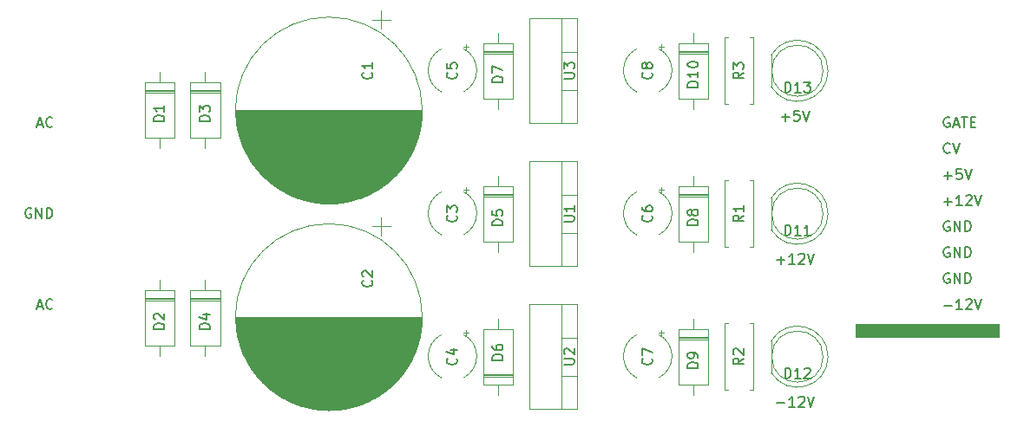
<source format=gbr>
G04 #@! TF.GenerationSoftware,KiCad,Pcbnew,5.1.7-a382d34a8~87~ubuntu16.04.1*
G04 #@! TF.CreationDate,2021-01-02T19:07:06+01:00*
G04 #@! TF.ProjectId,basic-bipolar-input-eurorack-power-supply,62617369-632d-4626-9970-6f6c61722d69,rev?*
G04 #@! TF.SameCoordinates,Original*
G04 #@! TF.FileFunction,Legend,Top*
G04 #@! TF.FilePolarity,Positive*
%FSLAX46Y46*%
G04 Gerber Fmt 4.6, Leading zero omitted, Abs format (unit mm)*
G04 Created by KiCad (PCBNEW 5.1.7-a382d34a8~87~ubuntu16.04.1) date 2021-01-02 19:07:06*
%MOMM*%
%LPD*%
G01*
G04 APERTURE LIST*
%ADD10C,0.100000*%
%ADD11C,0.150000*%
%ADD12C,0.120000*%
G04 APERTURE END LIST*
D10*
G36*
X47795000Y-38456000D02*
G01*
X42715000Y-38456000D01*
X42715000Y-33376000D01*
X47795000Y-33376000D01*
X47795000Y-38456000D01*
G37*
X47795000Y-38456000D02*
X42715000Y-38456000D01*
X42715000Y-33376000D01*
X47795000Y-33376000D01*
X47795000Y-38456000D01*
G36*
X47795000Y-18256000D02*
G01*
X42715000Y-18256000D01*
X42715000Y-13176000D01*
X47795000Y-13176000D01*
X47795000Y-18256000D01*
G37*
X47795000Y-18256000D02*
X42715000Y-18256000D01*
X42715000Y-13176000D01*
X47795000Y-13176000D01*
X47795000Y-18256000D01*
D11*
X17920833Y-30011666D02*
X18397023Y-30011666D01*
X17825595Y-30297380D02*
X18158928Y-29297380D01*
X18492261Y-30297380D01*
X19397023Y-30202142D02*
X19349404Y-30249761D01*
X19206547Y-30297380D01*
X19111309Y-30297380D01*
X18968452Y-30249761D01*
X18873214Y-30154523D01*
X18825595Y-30059285D01*
X18777976Y-29868809D01*
X18777976Y-29725952D01*
X18825595Y-29535476D01*
X18873214Y-29440238D01*
X18968452Y-29345000D01*
X19111309Y-29297380D01*
X19206547Y-29297380D01*
X19349404Y-29345000D01*
X19397023Y-29392619D01*
D10*
G36*
X111760000Y-33020000D02*
G01*
X97790000Y-33020000D01*
X97790000Y-31750000D01*
X111760000Y-31750000D01*
X111760000Y-33020000D01*
G37*
X111760000Y-33020000D02*
X97790000Y-33020000D01*
X97790000Y-31750000D01*
X111760000Y-31750000D01*
X111760000Y-33020000D01*
D11*
X90059095Y-39441428D02*
X90821000Y-39441428D01*
X91821000Y-39822380D02*
X91249571Y-39822380D01*
X91535285Y-39822380D02*
X91535285Y-38822380D01*
X91440047Y-38965238D01*
X91344809Y-39060476D01*
X91249571Y-39108095D01*
X92201952Y-38917619D02*
X92249571Y-38870000D01*
X92344809Y-38822380D01*
X92582904Y-38822380D01*
X92678142Y-38870000D01*
X92725761Y-38917619D01*
X92773380Y-39012857D01*
X92773380Y-39108095D01*
X92725761Y-39250952D01*
X92154333Y-39822380D01*
X92773380Y-39822380D01*
X93059095Y-38822380D02*
X93392428Y-39822380D01*
X93725761Y-38822380D01*
X90059095Y-25471428D02*
X90821000Y-25471428D01*
X90440047Y-25852380D02*
X90440047Y-25090476D01*
X91821000Y-25852380D02*
X91249571Y-25852380D01*
X91535285Y-25852380D02*
X91535285Y-24852380D01*
X91440047Y-24995238D01*
X91344809Y-25090476D01*
X91249571Y-25138095D01*
X92201952Y-24947619D02*
X92249571Y-24900000D01*
X92344809Y-24852380D01*
X92582904Y-24852380D01*
X92678142Y-24900000D01*
X92725761Y-24947619D01*
X92773380Y-25042857D01*
X92773380Y-25138095D01*
X92725761Y-25280952D01*
X92154333Y-25852380D01*
X92773380Y-25852380D01*
X93059095Y-24852380D02*
X93392428Y-25852380D01*
X93725761Y-24852380D01*
X90535285Y-11501428D02*
X91297190Y-11501428D01*
X90916238Y-11882380D02*
X90916238Y-11120476D01*
X92249571Y-10882380D02*
X91773380Y-10882380D01*
X91725761Y-11358571D01*
X91773380Y-11310952D01*
X91868619Y-11263333D01*
X92106714Y-11263333D01*
X92201952Y-11310952D01*
X92249571Y-11358571D01*
X92297190Y-11453809D01*
X92297190Y-11691904D01*
X92249571Y-11787142D01*
X92201952Y-11834761D01*
X92106714Y-11882380D01*
X91868619Y-11882380D01*
X91773380Y-11834761D01*
X91725761Y-11787142D01*
X92582904Y-10882380D02*
X92916238Y-11882380D01*
X93249571Y-10882380D01*
X17920833Y-12231666D02*
X18397023Y-12231666D01*
X17825595Y-12517380D02*
X18158928Y-11517380D01*
X18492261Y-12517380D01*
X19397023Y-12422142D02*
X19349404Y-12469761D01*
X19206547Y-12517380D01*
X19111309Y-12517380D01*
X18968452Y-12469761D01*
X18873214Y-12374523D01*
X18825595Y-12279285D01*
X18777976Y-12088809D01*
X18777976Y-11945952D01*
X18825595Y-11755476D01*
X18873214Y-11660238D01*
X18968452Y-11565000D01*
X19111309Y-11517380D01*
X19206547Y-11517380D01*
X19349404Y-11565000D01*
X19397023Y-11612619D01*
X17301785Y-20455000D02*
X17206547Y-20407380D01*
X17063690Y-20407380D01*
X16920833Y-20455000D01*
X16825595Y-20550238D01*
X16777976Y-20645476D01*
X16730357Y-20835952D01*
X16730357Y-20978809D01*
X16777976Y-21169285D01*
X16825595Y-21264523D01*
X16920833Y-21359761D01*
X17063690Y-21407380D01*
X17158928Y-21407380D01*
X17301785Y-21359761D01*
X17349404Y-21312142D01*
X17349404Y-20978809D01*
X17158928Y-20978809D01*
X17777976Y-21407380D02*
X17777976Y-20407380D01*
X18349404Y-21407380D01*
X18349404Y-20407380D01*
X18825595Y-21407380D02*
X18825595Y-20407380D01*
X19063690Y-20407380D01*
X19206547Y-20455000D01*
X19301785Y-20550238D01*
X19349404Y-20645476D01*
X19397023Y-20835952D01*
X19397023Y-20978809D01*
X19349404Y-21169285D01*
X19301785Y-21264523D01*
X19206547Y-21359761D01*
X19063690Y-21407380D01*
X18825595Y-21407380D01*
X106380595Y-19756428D02*
X107142500Y-19756428D01*
X106761547Y-20137380D02*
X106761547Y-19375476D01*
X108142500Y-20137380D02*
X107571071Y-20137380D01*
X107856785Y-20137380D02*
X107856785Y-19137380D01*
X107761547Y-19280238D01*
X107666309Y-19375476D01*
X107571071Y-19423095D01*
X108523452Y-19232619D02*
X108571071Y-19185000D01*
X108666309Y-19137380D01*
X108904404Y-19137380D01*
X108999642Y-19185000D01*
X109047261Y-19232619D01*
X109094880Y-19327857D01*
X109094880Y-19423095D01*
X109047261Y-19565952D01*
X108475833Y-20137380D01*
X109094880Y-20137380D01*
X109380595Y-19137380D02*
X109713928Y-20137380D01*
X110047261Y-19137380D01*
X106904404Y-24265000D02*
X106809166Y-24217380D01*
X106666309Y-24217380D01*
X106523452Y-24265000D01*
X106428214Y-24360238D01*
X106380595Y-24455476D01*
X106332976Y-24645952D01*
X106332976Y-24788809D01*
X106380595Y-24979285D01*
X106428214Y-25074523D01*
X106523452Y-25169761D01*
X106666309Y-25217380D01*
X106761547Y-25217380D01*
X106904404Y-25169761D01*
X106952023Y-25122142D01*
X106952023Y-24788809D01*
X106761547Y-24788809D01*
X107380595Y-25217380D02*
X107380595Y-24217380D01*
X107952023Y-25217380D01*
X107952023Y-24217380D01*
X108428214Y-25217380D02*
X108428214Y-24217380D01*
X108666309Y-24217380D01*
X108809166Y-24265000D01*
X108904404Y-24360238D01*
X108952023Y-24455476D01*
X108999642Y-24645952D01*
X108999642Y-24788809D01*
X108952023Y-24979285D01*
X108904404Y-25074523D01*
X108809166Y-25169761D01*
X108666309Y-25217380D01*
X108428214Y-25217380D01*
X106952023Y-14962142D02*
X106904404Y-15009761D01*
X106761547Y-15057380D01*
X106666309Y-15057380D01*
X106523452Y-15009761D01*
X106428214Y-14914523D01*
X106380595Y-14819285D01*
X106332976Y-14628809D01*
X106332976Y-14485952D01*
X106380595Y-14295476D01*
X106428214Y-14200238D01*
X106523452Y-14105000D01*
X106666309Y-14057380D01*
X106761547Y-14057380D01*
X106904404Y-14105000D01*
X106952023Y-14152619D01*
X107237738Y-14057380D02*
X107571071Y-15057380D01*
X107904404Y-14057380D01*
X106904404Y-11565000D02*
X106809166Y-11517380D01*
X106666309Y-11517380D01*
X106523452Y-11565000D01*
X106428214Y-11660238D01*
X106380595Y-11755476D01*
X106332976Y-11945952D01*
X106332976Y-12088809D01*
X106380595Y-12279285D01*
X106428214Y-12374523D01*
X106523452Y-12469761D01*
X106666309Y-12517380D01*
X106761547Y-12517380D01*
X106904404Y-12469761D01*
X106952023Y-12422142D01*
X106952023Y-12088809D01*
X106761547Y-12088809D01*
X107332976Y-12231666D02*
X107809166Y-12231666D01*
X107237738Y-12517380D02*
X107571071Y-11517380D01*
X107904404Y-12517380D01*
X108094880Y-11517380D02*
X108666309Y-11517380D01*
X108380595Y-12517380D02*
X108380595Y-11517380D01*
X108999642Y-11993571D02*
X109332976Y-11993571D01*
X109475833Y-12517380D02*
X108999642Y-12517380D01*
X108999642Y-11517380D01*
X109475833Y-11517380D01*
X106380595Y-17216428D02*
X107142500Y-17216428D01*
X106761547Y-17597380D02*
X106761547Y-16835476D01*
X108094880Y-16597380D02*
X107618690Y-16597380D01*
X107571071Y-17073571D01*
X107618690Y-17025952D01*
X107713928Y-16978333D01*
X107952023Y-16978333D01*
X108047261Y-17025952D01*
X108094880Y-17073571D01*
X108142500Y-17168809D01*
X108142500Y-17406904D01*
X108094880Y-17502142D01*
X108047261Y-17549761D01*
X107952023Y-17597380D01*
X107713928Y-17597380D01*
X107618690Y-17549761D01*
X107571071Y-17502142D01*
X108428214Y-16597380D02*
X108761547Y-17597380D01*
X109094880Y-16597380D01*
X106380595Y-29916428D02*
X107142500Y-29916428D01*
X108142500Y-30297380D02*
X107571071Y-30297380D01*
X107856785Y-30297380D02*
X107856785Y-29297380D01*
X107761547Y-29440238D01*
X107666309Y-29535476D01*
X107571071Y-29583095D01*
X108523452Y-29392619D02*
X108571071Y-29345000D01*
X108666309Y-29297380D01*
X108904404Y-29297380D01*
X108999642Y-29345000D01*
X109047261Y-29392619D01*
X109094880Y-29487857D01*
X109094880Y-29583095D01*
X109047261Y-29725952D01*
X108475833Y-30297380D01*
X109094880Y-30297380D01*
X109380595Y-29297380D02*
X109713928Y-30297380D01*
X110047261Y-29297380D01*
X106904404Y-26805000D02*
X106809166Y-26757380D01*
X106666309Y-26757380D01*
X106523452Y-26805000D01*
X106428214Y-26900238D01*
X106380595Y-26995476D01*
X106332976Y-27185952D01*
X106332976Y-27328809D01*
X106380595Y-27519285D01*
X106428214Y-27614523D01*
X106523452Y-27709761D01*
X106666309Y-27757380D01*
X106761547Y-27757380D01*
X106904404Y-27709761D01*
X106952023Y-27662142D01*
X106952023Y-27328809D01*
X106761547Y-27328809D01*
X107380595Y-27757380D02*
X107380595Y-26757380D01*
X107952023Y-27757380D01*
X107952023Y-26757380D01*
X108428214Y-27757380D02*
X108428214Y-26757380D01*
X108666309Y-26757380D01*
X108809166Y-26805000D01*
X108904404Y-26900238D01*
X108952023Y-26995476D01*
X108999642Y-27185952D01*
X108999642Y-27328809D01*
X108952023Y-27519285D01*
X108904404Y-27614523D01*
X108809166Y-27709761D01*
X108666309Y-27757380D01*
X108428214Y-27757380D01*
X106904404Y-21725000D02*
X106809166Y-21677380D01*
X106666309Y-21677380D01*
X106523452Y-21725000D01*
X106428214Y-21820238D01*
X106380595Y-21915476D01*
X106332976Y-22105952D01*
X106332976Y-22248809D01*
X106380595Y-22439285D01*
X106428214Y-22534523D01*
X106523452Y-22629761D01*
X106666309Y-22677380D01*
X106761547Y-22677380D01*
X106904404Y-22629761D01*
X106952023Y-22582142D01*
X106952023Y-22248809D01*
X106761547Y-22248809D01*
X107380595Y-22677380D02*
X107380595Y-21677380D01*
X107952023Y-22677380D01*
X107952023Y-21677380D01*
X108428214Y-22677380D02*
X108428214Y-21677380D01*
X108666309Y-21677380D01*
X108809166Y-21725000D01*
X108904404Y-21820238D01*
X108952023Y-21915476D01*
X108999642Y-22105952D01*
X108999642Y-22248809D01*
X108952023Y-22439285D01*
X108904404Y-22534523D01*
X108809166Y-22629761D01*
X108666309Y-22677380D01*
X108428214Y-22677380D01*
D12*
X52370000Y-1995560D02*
X50570000Y-1995560D01*
X51470000Y-1095560D02*
X51470000Y-2895560D01*
X46395000Y-19975000D02*
X46315000Y-19975000D01*
X47169000Y-19935000D02*
X45541000Y-19935000D01*
X47521000Y-19895000D02*
X45189000Y-19895000D01*
X47790000Y-19855000D02*
X44920000Y-19855000D01*
X48016000Y-19815000D02*
X44694000Y-19815000D01*
X48215000Y-19775000D02*
X44495000Y-19775000D01*
X48394000Y-19735000D02*
X44316000Y-19735000D01*
X48558000Y-19695000D02*
X44152000Y-19695000D01*
X48710000Y-19655000D02*
X44000000Y-19655000D01*
X48853000Y-19615000D02*
X43857000Y-19615000D01*
X48987000Y-19575000D02*
X43723000Y-19575000D01*
X49114000Y-19535000D02*
X43596000Y-19535000D01*
X49235000Y-19495000D02*
X43475000Y-19495000D01*
X49351000Y-19455000D02*
X43359000Y-19455000D01*
X49462000Y-19415000D02*
X43248000Y-19415000D01*
X49569000Y-19375000D02*
X43141000Y-19375000D01*
X49672000Y-19335000D02*
X43038000Y-19335000D01*
X49771000Y-19295000D02*
X42939000Y-19295000D01*
X49867000Y-19255000D02*
X42843000Y-19255000D01*
X49960000Y-19215000D02*
X42750000Y-19215000D01*
X50051000Y-19175000D02*
X42659000Y-19175000D01*
X50139000Y-19135000D02*
X42571000Y-19135000D01*
X50224000Y-19095000D02*
X42486000Y-19095000D01*
X50307000Y-19055000D02*
X42403000Y-19055000D01*
X50388000Y-19016000D02*
X42322000Y-19016000D01*
X50468000Y-18976000D02*
X42242000Y-18976000D01*
X50545000Y-18936000D02*
X42165000Y-18936000D01*
X50620000Y-18896000D02*
X42090000Y-18896000D01*
X50694000Y-18856000D02*
X42016000Y-18856000D01*
X50767000Y-18816000D02*
X41943000Y-18816000D01*
X50837000Y-18776000D02*
X41873000Y-18776000D01*
X50907000Y-18736000D02*
X41803000Y-18736000D01*
X50975000Y-18696000D02*
X41735000Y-18696000D01*
X51041000Y-18656000D02*
X41669000Y-18656000D01*
X51107000Y-18616000D02*
X41603000Y-18616000D01*
X51171000Y-18576000D02*
X41539000Y-18576000D01*
X51234000Y-18536000D02*
X41476000Y-18536000D01*
X51296000Y-18496000D02*
X41414000Y-18496000D01*
X51357000Y-18456000D02*
X41353000Y-18456000D01*
X51417000Y-18416000D02*
X41293000Y-18416000D01*
X51475000Y-18376000D02*
X41235000Y-18376000D01*
X51533000Y-18336000D02*
X41177000Y-18336000D01*
X51590000Y-18296000D02*
X41120000Y-18296000D01*
X51646000Y-18256000D02*
X41064000Y-18256000D01*
X51701000Y-18216000D02*
X41009000Y-18216000D01*
X51755000Y-18176000D02*
X40955000Y-18176000D01*
X51809000Y-18136000D02*
X40901000Y-18136000D01*
X51861000Y-18096000D02*
X40849000Y-18096000D01*
X51913000Y-18056000D02*
X40797000Y-18056000D01*
X51964000Y-18016000D02*
X40746000Y-18016000D01*
X52015000Y-17976000D02*
X40695000Y-17976000D01*
X52064000Y-17936000D02*
X40646000Y-17936000D01*
X52113000Y-17896000D02*
X40597000Y-17896000D01*
X52161000Y-17856000D02*
X40549000Y-17856000D01*
X52209000Y-17816000D02*
X40501000Y-17816000D01*
X52256000Y-17776000D02*
X40454000Y-17776000D01*
X52302000Y-17736000D02*
X40408000Y-17736000D01*
X52348000Y-17696000D02*
X40362000Y-17696000D01*
X52393000Y-17656000D02*
X40317000Y-17656000D01*
X52437000Y-17616000D02*
X40273000Y-17616000D01*
X52481000Y-17576000D02*
X40229000Y-17576000D01*
X52525000Y-17536000D02*
X40185000Y-17536000D01*
X52567000Y-17496000D02*
X40143000Y-17496000D01*
X52609000Y-17456000D02*
X40101000Y-17456000D01*
X52651000Y-17416000D02*
X40059000Y-17416000D01*
X52692000Y-17376000D02*
X40018000Y-17376000D01*
X52733000Y-17336000D02*
X39977000Y-17336000D01*
X52773000Y-17296000D02*
X39937000Y-17296000D01*
X52813000Y-17256000D02*
X39897000Y-17256000D01*
X52852000Y-17216000D02*
X39858000Y-17216000D01*
X52891000Y-17176000D02*
X39819000Y-17176000D01*
X52929000Y-17136000D02*
X39781000Y-17136000D01*
X52967000Y-17096000D02*
X39743000Y-17096000D01*
X53004000Y-17056000D02*
X39706000Y-17056000D01*
X53041000Y-17016000D02*
X39669000Y-17016000D01*
X53077000Y-16976000D02*
X39633000Y-16976000D01*
X53113000Y-16936000D02*
X39597000Y-16936000D01*
X53149000Y-16896000D02*
X39561000Y-16896000D01*
X53184000Y-16856000D02*
X39526000Y-16856000D01*
X53219000Y-16816000D02*
X39491000Y-16816000D01*
X53253000Y-16776000D02*
X39457000Y-16776000D01*
X53287000Y-16736000D02*
X39423000Y-16736000D01*
X53320000Y-16696000D02*
X39390000Y-16696000D01*
X53354000Y-16656000D02*
X39356000Y-16656000D01*
X53386000Y-16616000D02*
X39324000Y-16616000D01*
X53419000Y-16576000D02*
X39291000Y-16576000D01*
X53451000Y-16536000D02*
X39259000Y-16536000D01*
X53482000Y-16496000D02*
X39228000Y-16496000D01*
X53514000Y-16456000D02*
X39196000Y-16456000D01*
X53545000Y-16416000D02*
X39165000Y-16416000D01*
X53575000Y-16376000D02*
X39135000Y-16376000D01*
X53605000Y-16336000D02*
X39105000Y-16336000D01*
X53635000Y-16296000D02*
X39075000Y-16296000D01*
X53665000Y-16256000D02*
X39045000Y-16256000D01*
X53694000Y-16216000D02*
X39016000Y-16216000D01*
X53723000Y-16176000D02*
X38987000Y-16176000D01*
X53752000Y-16136000D02*
X38958000Y-16136000D01*
X53780000Y-16096000D02*
X38930000Y-16096000D01*
X53808000Y-16056000D02*
X38902000Y-16056000D01*
X44915000Y-16016000D02*
X38875000Y-16016000D01*
X53835000Y-16016000D02*
X47795000Y-16016000D01*
X44915000Y-15976000D02*
X38847000Y-15976000D01*
X53863000Y-15976000D02*
X47795000Y-15976000D01*
X44915000Y-15936000D02*
X38820000Y-15936000D01*
X53890000Y-15936000D02*
X47795000Y-15936000D01*
X44915000Y-15896000D02*
X38794000Y-15896000D01*
X53916000Y-15896000D02*
X47795000Y-15896000D01*
X44915000Y-15856000D02*
X38767000Y-15856000D01*
X53943000Y-15856000D02*
X47795000Y-15856000D01*
X44915000Y-15816000D02*
X38741000Y-15816000D01*
X53969000Y-15816000D02*
X47795000Y-15816000D01*
X44915000Y-15776000D02*
X38715000Y-15776000D01*
X53995000Y-15776000D02*
X47795000Y-15776000D01*
X44915000Y-15736000D02*
X38690000Y-15736000D01*
X54020000Y-15736000D02*
X47795000Y-15736000D01*
X44915000Y-15696000D02*
X38665000Y-15696000D01*
X54045000Y-15696000D02*
X47795000Y-15696000D01*
X44915000Y-15656000D02*
X38640000Y-15656000D01*
X54070000Y-15656000D02*
X47795000Y-15656000D01*
X44915000Y-15616000D02*
X38615000Y-15616000D01*
X54095000Y-15616000D02*
X47795000Y-15616000D01*
X44915000Y-15576000D02*
X38591000Y-15576000D01*
X54119000Y-15576000D02*
X47795000Y-15576000D01*
X44915000Y-15536000D02*
X38567000Y-15536000D01*
X54143000Y-15536000D02*
X47795000Y-15536000D01*
X44915000Y-15496000D02*
X38543000Y-15496000D01*
X54167000Y-15496000D02*
X47795000Y-15496000D01*
X44915000Y-15456000D02*
X38520000Y-15456000D01*
X54190000Y-15456000D02*
X47795000Y-15456000D01*
X44915000Y-15416000D02*
X38496000Y-15416000D01*
X54214000Y-15416000D02*
X47795000Y-15416000D01*
X44915000Y-15376000D02*
X38473000Y-15376000D01*
X54237000Y-15376000D02*
X47795000Y-15376000D01*
X44915000Y-15336000D02*
X38451000Y-15336000D01*
X54259000Y-15336000D02*
X47795000Y-15336000D01*
X44915000Y-15296000D02*
X38428000Y-15296000D01*
X54282000Y-15296000D02*
X47795000Y-15296000D01*
X44915000Y-15256000D02*
X38406000Y-15256000D01*
X54304000Y-15256000D02*
X47795000Y-15256000D01*
X44915000Y-15216000D02*
X38384000Y-15216000D01*
X54326000Y-15216000D02*
X47795000Y-15216000D01*
X44915000Y-15176000D02*
X38363000Y-15176000D01*
X54347000Y-15176000D02*
X47795000Y-15176000D01*
X44915000Y-15136000D02*
X38341000Y-15136000D01*
X54369000Y-15136000D02*
X47795000Y-15136000D01*
X44915000Y-15096000D02*
X38320000Y-15096000D01*
X54390000Y-15096000D02*
X47795000Y-15096000D01*
X44915000Y-15056000D02*
X38299000Y-15056000D01*
X54411000Y-15056000D02*
X47795000Y-15056000D01*
X44915000Y-15016000D02*
X38279000Y-15016000D01*
X54431000Y-15016000D02*
X47795000Y-15016000D01*
X44915000Y-14976000D02*
X38258000Y-14976000D01*
X54452000Y-14976000D02*
X47795000Y-14976000D01*
X44915000Y-14936000D02*
X38238000Y-14936000D01*
X54472000Y-14936000D02*
X47795000Y-14936000D01*
X44915000Y-14896000D02*
X38218000Y-14896000D01*
X54492000Y-14896000D02*
X47795000Y-14896000D01*
X44915000Y-14856000D02*
X38199000Y-14856000D01*
X54511000Y-14856000D02*
X47795000Y-14856000D01*
X44915000Y-14816000D02*
X38179000Y-14816000D01*
X54531000Y-14816000D02*
X47795000Y-14816000D01*
X44915000Y-14776000D02*
X38160000Y-14776000D01*
X54550000Y-14776000D02*
X47795000Y-14776000D01*
X44915000Y-14736000D02*
X38141000Y-14736000D01*
X54569000Y-14736000D02*
X47795000Y-14736000D01*
X44915000Y-14696000D02*
X38122000Y-14696000D01*
X54588000Y-14696000D02*
X47795000Y-14696000D01*
X44915000Y-14656000D02*
X38104000Y-14656000D01*
X54606000Y-14656000D02*
X47795000Y-14656000D01*
X44915000Y-14616000D02*
X38086000Y-14616000D01*
X54624000Y-14616000D02*
X47795000Y-14616000D01*
X44915000Y-14576000D02*
X38068000Y-14576000D01*
X54642000Y-14576000D02*
X47795000Y-14576000D01*
X44915000Y-14536000D02*
X38050000Y-14536000D01*
X54660000Y-14536000D02*
X47795000Y-14536000D01*
X44915000Y-14496000D02*
X38032000Y-14496000D01*
X54678000Y-14496000D02*
X47795000Y-14496000D01*
X44915000Y-14456000D02*
X38015000Y-14456000D01*
X54695000Y-14456000D02*
X47795000Y-14456000D01*
X44915000Y-14416000D02*
X37998000Y-14416000D01*
X54712000Y-14416000D02*
X47795000Y-14416000D01*
X44915000Y-14376000D02*
X37981000Y-14376000D01*
X54729000Y-14376000D02*
X47795000Y-14376000D01*
X44915000Y-14336000D02*
X37965000Y-14336000D01*
X54745000Y-14336000D02*
X47795000Y-14336000D01*
X44915000Y-14296000D02*
X37948000Y-14296000D01*
X54762000Y-14296000D02*
X47795000Y-14296000D01*
X44915000Y-14256000D02*
X37932000Y-14256000D01*
X54778000Y-14256000D02*
X47795000Y-14256000D01*
X44915000Y-14216000D02*
X37916000Y-14216000D01*
X54794000Y-14216000D02*
X47795000Y-14216000D01*
X44915000Y-14176000D02*
X37900000Y-14176000D01*
X54810000Y-14176000D02*
X47795000Y-14176000D01*
X44915000Y-14136000D02*
X37885000Y-14136000D01*
X54825000Y-14136000D02*
X47795000Y-14136000D01*
X44915000Y-14096000D02*
X37869000Y-14096000D01*
X54841000Y-14096000D02*
X47795000Y-14096000D01*
X44915000Y-14056000D02*
X37854000Y-14056000D01*
X54856000Y-14056000D02*
X47795000Y-14056000D01*
X44915000Y-14016000D02*
X37839000Y-14016000D01*
X54871000Y-14016000D02*
X47795000Y-14016000D01*
X44915000Y-13976000D02*
X37825000Y-13976000D01*
X54885000Y-13976000D02*
X47795000Y-13976000D01*
X44915000Y-13936000D02*
X37810000Y-13936000D01*
X54900000Y-13936000D02*
X47795000Y-13936000D01*
X44915000Y-13896000D02*
X37796000Y-13896000D01*
X54914000Y-13896000D02*
X47795000Y-13896000D01*
X44915000Y-13856000D02*
X37782000Y-13856000D01*
X54928000Y-13856000D02*
X47795000Y-13856000D01*
X44915000Y-13816000D02*
X37768000Y-13816000D01*
X54942000Y-13816000D02*
X47795000Y-13816000D01*
X44915000Y-13776000D02*
X37755000Y-13776000D01*
X54955000Y-13776000D02*
X47795000Y-13776000D01*
X44915000Y-13736000D02*
X37741000Y-13736000D01*
X54969000Y-13736000D02*
X47795000Y-13736000D01*
X44915000Y-13696000D02*
X37728000Y-13696000D01*
X54982000Y-13696000D02*
X47795000Y-13696000D01*
X44915000Y-13656000D02*
X37715000Y-13656000D01*
X54995000Y-13656000D02*
X47795000Y-13656000D01*
X44915000Y-13616000D02*
X37702000Y-13616000D01*
X55008000Y-13616000D02*
X47795000Y-13616000D01*
X44915000Y-13576000D02*
X37690000Y-13576000D01*
X55020000Y-13576000D02*
X47795000Y-13576000D01*
X44915000Y-13536000D02*
X37677000Y-13536000D01*
X55033000Y-13536000D02*
X47795000Y-13536000D01*
X44915000Y-13496000D02*
X37665000Y-13496000D01*
X55045000Y-13496000D02*
X47795000Y-13496000D01*
X44915000Y-13456000D02*
X37653000Y-13456000D01*
X55057000Y-13456000D02*
X47795000Y-13456000D01*
X44915000Y-13416000D02*
X37641000Y-13416000D01*
X55069000Y-13416000D02*
X47795000Y-13416000D01*
X44915000Y-13376000D02*
X37630000Y-13376000D01*
X55080000Y-13376000D02*
X47795000Y-13376000D01*
X44915000Y-13336000D02*
X37618000Y-13336000D01*
X55092000Y-13336000D02*
X47795000Y-13336000D01*
X44915000Y-13296000D02*
X37607000Y-13296000D01*
X55103000Y-13296000D02*
X47795000Y-13296000D01*
X44915000Y-13256000D02*
X37596000Y-13256000D01*
X55114000Y-13256000D02*
X47795000Y-13256000D01*
X44915000Y-13216000D02*
X37585000Y-13216000D01*
X55125000Y-13216000D02*
X47795000Y-13216000D01*
X44915000Y-13176000D02*
X37575000Y-13176000D01*
X55135000Y-13176000D02*
X47795000Y-13176000D01*
X55146000Y-13136000D02*
X37564000Y-13136000D01*
X55156000Y-13096000D02*
X37554000Y-13096000D01*
X55166000Y-13056000D02*
X37544000Y-13056000D01*
X55176000Y-13016000D02*
X37534000Y-13016000D01*
X55186000Y-12976000D02*
X37524000Y-12976000D01*
X55195000Y-12936000D02*
X37515000Y-12936000D01*
X55204000Y-12896000D02*
X37506000Y-12896000D01*
X55213000Y-12856000D02*
X37497000Y-12856000D01*
X55222000Y-12816000D02*
X37488000Y-12816000D01*
X55231000Y-12776000D02*
X37479000Y-12776000D01*
X55240000Y-12736000D02*
X37470000Y-12736000D01*
X55248000Y-12696000D02*
X37462000Y-12696000D01*
X55256000Y-12656000D02*
X37454000Y-12656000D01*
X55264000Y-12616000D02*
X37446000Y-12616000D01*
X55272000Y-12576000D02*
X37438000Y-12576000D01*
X55279000Y-12536000D02*
X37431000Y-12536000D01*
X55287000Y-12496000D02*
X37423000Y-12496000D01*
X55294000Y-12456000D02*
X37416000Y-12456000D01*
X55301000Y-12416000D02*
X37409000Y-12416000D01*
X55308000Y-12376000D02*
X37402000Y-12376000D01*
X55315000Y-12336000D02*
X37395000Y-12336000D01*
X55321000Y-12296000D02*
X37389000Y-12296000D01*
X55327000Y-12256000D02*
X37383000Y-12256000D01*
X55334000Y-12216000D02*
X37376000Y-12216000D01*
X55339000Y-12176000D02*
X37371000Y-12176000D01*
X55345000Y-12136000D02*
X37365000Y-12136000D01*
X55351000Y-12096000D02*
X37359000Y-12096000D01*
X55356000Y-12056000D02*
X37354000Y-12056000D01*
X55361000Y-12016000D02*
X37349000Y-12016000D01*
X55366000Y-11976000D02*
X37344000Y-11976000D01*
X55371000Y-11936000D02*
X37339000Y-11936000D01*
X55376000Y-11896000D02*
X37334000Y-11896000D01*
X55381000Y-11856000D02*
X37329000Y-11856000D01*
X55385000Y-11816000D02*
X37325000Y-11816000D01*
X55389000Y-11776000D02*
X37321000Y-11776000D01*
X55393000Y-11736000D02*
X37317000Y-11736000D01*
X55397000Y-11696000D02*
X37313000Y-11696000D01*
X55400000Y-11656000D02*
X37310000Y-11656000D01*
X55404000Y-11616000D02*
X37306000Y-11616000D01*
X55407000Y-11576000D02*
X37303000Y-11576000D01*
X55410000Y-11535000D02*
X37300000Y-11535000D01*
X55413000Y-11495000D02*
X37297000Y-11495000D01*
X55416000Y-11455000D02*
X37294000Y-11455000D01*
X55418000Y-11415000D02*
X37292000Y-11415000D01*
X55421000Y-11375000D02*
X37289000Y-11375000D01*
X55423000Y-11335000D02*
X37287000Y-11335000D01*
X55425000Y-11295000D02*
X37285000Y-11295000D01*
X55427000Y-11255000D02*
X37283000Y-11255000D01*
X55428000Y-11215000D02*
X37282000Y-11215000D01*
X55430000Y-11175000D02*
X37280000Y-11175000D01*
X55431000Y-11135000D02*
X37279000Y-11135000D01*
X55432000Y-11095000D02*
X37278000Y-11095000D01*
X55433000Y-11055000D02*
X37277000Y-11055000D01*
X55434000Y-11015000D02*
X37276000Y-11015000D01*
X55435000Y-10975000D02*
X37275000Y-10975000D01*
X55435000Y-10935000D02*
X37275000Y-10935000D01*
X55435000Y-10895000D02*
X37275000Y-10895000D01*
X55436000Y-10855000D02*
X37274000Y-10855000D01*
X55475000Y-10855000D02*
G75*
G03*
X55475000Y-10855000I-9120000J0D01*
G01*
X55475000Y-31055000D02*
G75*
G03*
X55475000Y-31055000I-9120000J0D01*
G01*
X55436000Y-31055000D02*
X37274000Y-31055000D01*
X55435000Y-31095000D02*
X37275000Y-31095000D01*
X55435000Y-31135000D02*
X37275000Y-31135000D01*
X55435000Y-31175000D02*
X37275000Y-31175000D01*
X55434000Y-31215000D02*
X37276000Y-31215000D01*
X55433000Y-31255000D02*
X37277000Y-31255000D01*
X55432000Y-31295000D02*
X37278000Y-31295000D01*
X55431000Y-31335000D02*
X37279000Y-31335000D01*
X55430000Y-31375000D02*
X37280000Y-31375000D01*
X55428000Y-31415000D02*
X37282000Y-31415000D01*
X55427000Y-31455000D02*
X37283000Y-31455000D01*
X55425000Y-31495000D02*
X37285000Y-31495000D01*
X55423000Y-31535000D02*
X37287000Y-31535000D01*
X55421000Y-31575000D02*
X37289000Y-31575000D01*
X55418000Y-31615000D02*
X37292000Y-31615000D01*
X55416000Y-31655000D02*
X37294000Y-31655000D01*
X55413000Y-31695000D02*
X37297000Y-31695000D01*
X55410000Y-31735000D02*
X37300000Y-31735000D01*
X55407000Y-31776000D02*
X37303000Y-31776000D01*
X55404000Y-31816000D02*
X37306000Y-31816000D01*
X55400000Y-31856000D02*
X37310000Y-31856000D01*
X55397000Y-31896000D02*
X37313000Y-31896000D01*
X55393000Y-31936000D02*
X37317000Y-31936000D01*
X55389000Y-31976000D02*
X37321000Y-31976000D01*
X55385000Y-32016000D02*
X37325000Y-32016000D01*
X55381000Y-32056000D02*
X37329000Y-32056000D01*
X55376000Y-32096000D02*
X37334000Y-32096000D01*
X55371000Y-32136000D02*
X37339000Y-32136000D01*
X55366000Y-32176000D02*
X37344000Y-32176000D01*
X55361000Y-32216000D02*
X37349000Y-32216000D01*
X55356000Y-32256000D02*
X37354000Y-32256000D01*
X55351000Y-32296000D02*
X37359000Y-32296000D01*
X55345000Y-32336000D02*
X37365000Y-32336000D01*
X55339000Y-32376000D02*
X37371000Y-32376000D01*
X55334000Y-32416000D02*
X37376000Y-32416000D01*
X55327000Y-32456000D02*
X37383000Y-32456000D01*
X55321000Y-32496000D02*
X37389000Y-32496000D01*
X55315000Y-32536000D02*
X37395000Y-32536000D01*
X55308000Y-32576000D02*
X37402000Y-32576000D01*
X55301000Y-32616000D02*
X37409000Y-32616000D01*
X55294000Y-32656000D02*
X37416000Y-32656000D01*
X55287000Y-32696000D02*
X37423000Y-32696000D01*
X55279000Y-32736000D02*
X37431000Y-32736000D01*
X55272000Y-32776000D02*
X37438000Y-32776000D01*
X55264000Y-32816000D02*
X37446000Y-32816000D01*
X55256000Y-32856000D02*
X37454000Y-32856000D01*
X55248000Y-32896000D02*
X37462000Y-32896000D01*
X55240000Y-32936000D02*
X37470000Y-32936000D01*
X55231000Y-32976000D02*
X37479000Y-32976000D01*
X55222000Y-33016000D02*
X37488000Y-33016000D01*
X55213000Y-33056000D02*
X37497000Y-33056000D01*
X55204000Y-33096000D02*
X37506000Y-33096000D01*
X55195000Y-33136000D02*
X37515000Y-33136000D01*
X55186000Y-33176000D02*
X37524000Y-33176000D01*
X55176000Y-33216000D02*
X37534000Y-33216000D01*
X55166000Y-33256000D02*
X37544000Y-33256000D01*
X55156000Y-33296000D02*
X37554000Y-33296000D01*
X55146000Y-33336000D02*
X37564000Y-33336000D01*
X55135000Y-33376000D02*
X47795000Y-33376000D01*
X44915000Y-33376000D02*
X37575000Y-33376000D01*
X55125000Y-33416000D02*
X47795000Y-33416000D01*
X44915000Y-33416000D02*
X37585000Y-33416000D01*
X55114000Y-33456000D02*
X47795000Y-33456000D01*
X44915000Y-33456000D02*
X37596000Y-33456000D01*
X55103000Y-33496000D02*
X47795000Y-33496000D01*
X44915000Y-33496000D02*
X37607000Y-33496000D01*
X55092000Y-33536000D02*
X47795000Y-33536000D01*
X44915000Y-33536000D02*
X37618000Y-33536000D01*
X55080000Y-33576000D02*
X47795000Y-33576000D01*
X44915000Y-33576000D02*
X37630000Y-33576000D01*
X55069000Y-33616000D02*
X47795000Y-33616000D01*
X44915000Y-33616000D02*
X37641000Y-33616000D01*
X55057000Y-33656000D02*
X47795000Y-33656000D01*
X44915000Y-33656000D02*
X37653000Y-33656000D01*
X55045000Y-33696000D02*
X47795000Y-33696000D01*
X44915000Y-33696000D02*
X37665000Y-33696000D01*
X55033000Y-33736000D02*
X47795000Y-33736000D01*
X44915000Y-33736000D02*
X37677000Y-33736000D01*
X55020000Y-33776000D02*
X47795000Y-33776000D01*
X44915000Y-33776000D02*
X37690000Y-33776000D01*
X55008000Y-33816000D02*
X47795000Y-33816000D01*
X44915000Y-33816000D02*
X37702000Y-33816000D01*
X54995000Y-33856000D02*
X47795000Y-33856000D01*
X44915000Y-33856000D02*
X37715000Y-33856000D01*
X54982000Y-33896000D02*
X47795000Y-33896000D01*
X44915000Y-33896000D02*
X37728000Y-33896000D01*
X54969000Y-33936000D02*
X47795000Y-33936000D01*
X44915000Y-33936000D02*
X37741000Y-33936000D01*
X54955000Y-33976000D02*
X47795000Y-33976000D01*
X44915000Y-33976000D02*
X37755000Y-33976000D01*
X54942000Y-34016000D02*
X47795000Y-34016000D01*
X44915000Y-34016000D02*
X37768000Y-34016000D01*
X54928000Y-34056000D02*
X47795000Y-34056000D01*
X44915000Y-34056000D02*
X37782000Y-34056000D01*
X54914000Y-34096000D02*
X47795000Y-34096000D01*
X44915000Y-34096000D02*
X37796000Y-34096000D01*
X54900000Y-34136000D02*
X47795000Y-34136000D01*
X44915000Y-34136000D02*
X37810000Y-34136000D01*
X54885000Y-34176000D02*
X47795000Y-34176000D01*
X44915000Y-34176000D02*
X37825000Y-34176000D01*
X54871000Y-34216000D02*
X47795000Y-34216000D01*
X44915000Y-34216000D02*
X37839000Y-34216000D01*
X54856000Y-34256000D02*
X47795000Y-34256000D01*
X44915000Y-34256000D02*
X37854000Y-34256000D01*
X54841000Y-34296000D02*
X47795000Y-34296000D01*
X44915000Y-34296000D02*
X37869000Y-34296000D01*
X54825000Y-34336000D02*
X47795000Y-34336000D01*
X44915000Y-34336000D02*
X37885000Y-34336000D01*
X54810000Y-34376000D02*
X47795000Y-34376000D01*
X44915000Y-34376000D02*
X37900000Y-34376000D01*
X54794000Y-34416000D02*
X47795000Y-34416000D01*
X44915000Y-34416000D02*
X37916000Y-34416000D01*
X54778000Y-34456000D02*
X47795000Y-34456000D01*
X44915000Y-34456000D02*
X37932000Y-34456000D01*
X54762000Y-34496000D02*
X47795000Y-34496000D01*
X44915000Y-34496000D02*
X37948000Y-34496000D01*
X54745000Y-34536000D02*
X47795000Y-34536000D01*
X44915000Y-34536000D02*
X37965000Y-34536000D01*
X54729000Y-34576000D02*
X47795000Y-34576000D01*
X44915000Y-34576000D02*
X37981000Y-34576000D01*
X54712000Y-34616000D02*
X47795000Y-34616000D01*
X44915000Y-34616000D02*
X37998000Y-34616000D01*
X54695000Y-34656000D02*
X47795000Y-34656000D01*
X44915000Y-34656000D02*
X38015000Y-34656000D01*
X54678000Y-34696000D02*
X47795000Y-34696000D01*
X44915000Y-34696000D02*
X38032000Y-34696000D01*
X54660000Y-34736000D02*
X47795000Y-34736000D01*
X44915000Y-34736000D02*
X38050000Y-34736000D01*
X54642000Y-34776000D02*
X47795000Y-34776000D01*
X44915000Y-34776000D02*
X38068000Y-34776000D01*
X54624000Y-34816000D02*
X47795000Y-34816000D01*
X44915000Y-34816000D02*
X38086000Y-34816000D01*
X54606000Y-34856000D02*
X47795000Y-34856000D01*
X44915000Y-34856000D02*
X38104000Y-34856000D01*
X54588000Y-34896000D02*
X47795000Y-34896000D01*
X44915000Y-34896000D02*
X38122000Y-34896000D01*
X54569000Y-34936000D02*
X47795000Y-34936000D01*
X44915000Y-34936000D02*
X38141000Y-34936000D01*
X54550000Y-34976000D02*
X47795000Y-34976000D01*
X44915000Y-34976000D02*
X38160000Y-34976000D01*
X54531000Y-35016000D02*
X47795000Y-35016000D01*
X44915000Y-35016000D02*
X38179000Y-35016000D01*
X54511000Y-35056000D02*
X47795000Y-35056000D01*
X44915000Y-35056000D02*
X38199000Y-35056000D01*
X54492000Y-35096000D02*
X47795000Y-35096000D01*
X44915000Y-35096000D02*
X38218000Y-35096000D01*
X54472000Y-35136000D02*
X47795000Y-35136000D01*
X44915000Y-35136000D02*
X38238000Y-35136000D01*
X54452000Y-35176000D02*
X47795000Y-35176000D01*
X44915000Y-35176000D02*
X38258000Y-35176000D01*
X54431000Y-35216000D02*
X47795000Y-35216000D01*
X44915000Y-35216000D02*
X38279000Y-35216000D01*
X54411000Y-35256000D02*
X47795000Y-35256000D01*
X44915000Y-35256000D02*
X38299000Y-35256000D01*
X54390000Y-35296000D02*
X47795000Y-35296000D01*
X44915000Y-35296000D02*
X38320000Y-35296000D01*
X54369000Y-35336000D02*
X47795000Y-35336000D01*
X44915000Y-35336000D02*
X38341000Y-35336000D01*
X54347000Y-35376000D02*
X47795000Y-35376000D01*
X44915000Y-35376000D02*
X38363000Y-35376000D01*
X54326000Y-35416000D02*
X47795000Y-35416000D01*
X44915000Y-35416000D02*
X38384000Y-35416000D01*
X54304000Y-35456000D02*
X47795000Y-35456000D01*
X44915000Y-35456000D02*
X38406000Y-35456000D01*
X54282000Y-35496000D02*
X47795000Y-35496000D01*
X44915000Y-35496000D02*
X38428000Y-35496000D01*
X54259000Y-35536000D02*
X47795000Y-35536000D01*
X44915000Y-35536000D02*
X38451000Y-35536000D01*
X54237000Y-35576000D02*
X47795000Y-35576000D01*
X44915000Y-35576000D02*
X38473000Y-35576000D01*
X54214000Y-35616000D02*
X47795000Y-35616000D01*
X44915000Y-35616000D02*
X38496000Y-35616000D01*
X54190000Y-35656000D02*
X47795000Y-35656000D01*
X44915000Y-35656000D02*
X38520000Y-35656000D01*
X54167000Y-35696000D02*
X47795000Y-35696000D01*
X44915000Y-35696000D02*
X38543000Y-35696000D01*
X54143000Y-35736000D02*
X47795000Y-35736000D01*
X44915000Y-35736000D02*
X38567000Y-35736000D01*
X54119000Y-35776000D02*
X47795000Y-35776000D01*
X44915000Y-35776000D02*
X38591000Y-35776000D01*
X54095000Y-35816000D02*
X47795000Y-35816000D01*
X44915000Y-35816000D02*
X38615000Y-35816000D01*
X54070000Y-35856000D02*
X47795000Y-35856000D01*
X44915000Y-35856000D02*
X38640000Y-35856000D01*
X54045000Y-35896000D02*
X47795000Y-35896000D01*
X44915000Y-35896000D02*
X38665000Y-35896000D01*
X54020000Y-35936000D02*
X47795000Y-35936000D01*
X44915000Y-35936000D02*
X38690000Y-35936000D01*
X53995000Y-35976000D02*
X47795000Y-35976000D01*
X44915000Y-35976000D02*
X38715000Y-35976000D01*
X53969000Y-36016000D02*
X47795000Y-36016000D01*
X44915000Y-36016000D02*
X38741000Y-36016000D01*
X53943000Y-36056000D02*
X47795000Y-36056000D01*
X44915000Y-36056000D02*
X38767000Y-36056000D01*
X53916000Y-36096000D02*
X47795000Y-36096000D01*
X44915000Y-36096000D02*
X38794000Y-36096000D01*
X53890000Y-36136000D02*
X47795000Y-36136000D01*
X44915000Y-36136000D02*
X38820000Y-36136000D01*
X53863000Y-36176000D02*
X47795000Y-36176000D01*
X44915000Y-36176000D02*
X38847000Y-36176000D01*
X53835000Y-36216000D02*
X47795000Y-36216000D01*
X44915000Y-36216000D02*
X38875000Y-36216000D01*
X53808000Y-36256000D02*
X38902000Y-36256000D01*
X53780000Y-36296000D02*
X38930000Y-36296000D01*
X53752000Y-36336000D02*
X38958000Y-36336000D01*
X53723000Y-36376000D02*
X38987000Y-36376000D01*
X53694000Y-36416000D02*
X39016000Y-36416000D01*
X53665000Y-36456000D02*
X39045000Y-36456000D01*
X53635000Y-36496000D02*
X39075000Y-36496000D01*
X53605000Y-36536000D02*
X39105000Y-36536000D01*
X53575000Y-36576000D02*
X39135000Y-36576000D01*
X53545000Y-36616000D02*
X39165000Y-36616000D01*
X53514000Y-36656000D02*
X39196000Y-36656000D01*
X53482000Y-36696000D02*
X39228000Y-36696000D01*
X53451000Y-36736000D02*
X39259000Y-36736000D01*
X53419000Y-36776000D02*
X39291000Y-36776000D01*
X53386000Y-36816000D02*
X39324000Y-36816000D01*
X53354000Y-36856000D02*
X39356000Y-36856000D01*
X53320000Y-36896000D02*
X39390000Y-36896000D01*
X53287000Y-36936000D02*
X39423000Y-36936000D01*
X53253000Y-36976000D02*
X39457000Y-36976000D01*
X53219000Y-37016000D02*
X39491000Y-37016000D01*
X53184000Y-37056000D02*
X39526000Y-37056000D01*
X53149000Y-37096000D02*
X39561000Y-37096000D01*
X53113000Y-37136000D02*
X39597000Y-37136000D01*
X53077000Y-37176000D02*
X39633000Y-37176000D01*
X53041000Y-37216000D02*
X39669000Y-37216000D01*
X53004000Y-37256000D02*
X39706000Y-37256000D01*
X52967000Y-37296000D02*
X39743000Y-37296000D01*
X52929000Y-37336000D02*
X39781000Y-37336000D01*
X52891000Y-37376000D02*
X39819000Y-37376000D01*
X52852000Y-37416000D02*
X39858000Y-37416000D01*
X52813000Y-37456000D02*
X39897000Y-37456000D01*
X52773000Y-37496000D02*
X39937000Y-37496000D01*
X52733000Y-37536000D02*
X39977000Y-37536000D01*
X52692000Y-37576000D02*
X40018000Y-37576000D01*
X52651000Y-37616000D02*
X40059000Y-37616000D01*
X52609000Y-37656000D02*
X40101000Y-37656000D01*
X52567000Y-37696000D02*
X40143000Y-37696000D01*
X52525000Y-37736000D02*
X40185000Y-37736000D01*
X52481000Y-37776000D02*
X40229000Y-37776000D01*
X52437000Y-37816000D02*
X40273000Y-37816000D01*
X52393000Y-37856000D02*
X40317000Y-37856000D01*
X52348000Y-37896000D02*
X40362000Y-37896000D01*
X52302000Y-37936000D02*
X40408000Y-37936000D01*
X52256000Y-37976000D02*
X40454000Y-37976000D01*
X52209000Y-38016000D02*
X40501000Y-38016000D01*
X52161000Y-38056000D02*
X40549000Y-38056000D01*
X52113000Y-38096000D02*
X40597000Y-38096000D01*
X52064000Y-38136000D02*
X40646000Y-38136000D01*
X52015000Y-38176000D02*
X40695000Y-38176000D01*
X51964000Y-38216000D02*
X40746000Y-38216000D01*
X51913000Y-38256000D02*
X40797000Y-38256000D01*
X51861000Y-38296000D02*
X40849000Y-38296000D01*
X51809000Y-38336000D02*
X40901000Y-38336000D01*
X51755000Y-38376000D02*
X40955000Y-38376000D01*
X51701000Y-38416000D02*
X41009000Y-38416000D01*
X51646000Y-38456000D02*
X41064000Y-38456000D01*
X51590000Y-38496000D02*
X41120000Y-38496000D01*
X51533000Y-38536000D02*
X41177000Y-38536000D01*
X51475000Y-38576000D02*
X41235000Y-38576000D01*
X51417000Y-38616000D02*
X41293000Y-38616000D01*
X51357000Y-38656000D02*
X41353000Y-38656000D01*
X51296000Y-38696000D02*
X41414000Y-38696000D01*
X51234000Y-38736000D02*
X41476000Y-38736000D01*
X51171000Y-38776000D02*
X41539000Y-38776000D01*
X51107000Y-38816000D02*
X41603000Y-38816000D01*
X51041000Y-38856000D02*
X41669000Y-38856000D01*
X50975000Y-38896000D02*
X41735000Y-38896000D01*
X50907000Y-38936000D02*
X41803000Y-38936000D01*
X50837000Y-38976000D02*
X41873000Y-38976000D01*
X50767000Y-39016000D02*
X41943000Y-39016000D01*
X50694000Y-39056000D02*
X42016000Y-39056000D01*
X50620000Y-39096000D02*
X42090000Y-39096000D01*
X50545000Y-39136000D02*
X42165000Y-39136000D01*
X50468000Y-39176000D02*
X42242000Y-39176000D01*
X50388000Y-39216000D02*
X42322000Y-39216000D01*
X50307000Y-39255000D02*
X42403000Y-39255000D01*
X50224000Y-39295000D02*
X42486000Y-39295000D01*
X50139000Y-39335000D02*
X42571000Y-39335000D01*
X50051000Y-39375000D02*
X42659000Y-39375000D01*
X49960000Y-39415000D02*
X42750000Y-39415000D01*
X49867000Y-39455000D02*
X42843000Y-39455000D01*
X49771000Y-39495000D02*
X42939000Y-39495000D01*
X49672000Y-39535000D02*
X43038000Y-39535000D01*
X49569000Y-39575000D02*
X43141000Y-39575000D01*
X49462000Y-39615000D02*
X43248000Y-39615000D01*
X49351000Y-39655000D02*
X43359000Y-39655000D01*
X49235000Y-39695000D02*
X43475000Y-39695000D01*
X49114000Y-39735000D02*
X43596000Y-39735000D01*
X48987000Y-39775000D02*
X43723000Y-39775000D01*
X48853000Y-39815000D02*
X43857000Y-39815000D01*
X48710000Y-39855000D02*
X44000000Y-39855000D01*
X48558000Y-39895000D02*
X44152000Y-39895000D01*
X48394000Y-39935000D02*
X44316000Y-39935000D01*
X48215000Y-39975000D02*
X44495000Y-39975000D01*
X48016000Y-40015000D02*
X44694000Y-40015000D01*
X47790000Y-40055000D02*
X44920000Y-40055000D01*
X47521000Y-40095000D02*
X45189000Y-40095000D01*
X47169000Y-40135000D02*
X45541000Y-40135000D01*
X46395000Y-40175000D02*
X46315000Y-40175000D01*
X51470000Y-21295560D02*
X51470000Y-23095560D01*
X52370000Y-22195560D02*
X50570000Y-22195560D01*
X31315000Y-8855000D02*
X28375000Y-8855000D01*
X31315000Y-9095000D02*
X28375000Y-9095000D01*
X31315000Y-8975000D02*
X28375000Y-8975000D01*
X29845000Y-14535000D02*
X29845000Y-13515000D01*
X29845000Y-7055000D02*
X29845000Y-8075000D01*
X31315000Y-13515000D02*
X31315000Y-8075000D01*
X28375000Y-13515000D02*
X31315000Y-13515000D01*
X28375000Y-8075000D02*
X28375000Y-13515000D01*
X31315000Y-8075000D02*
X28375000Y-8075000D01*
X31315000Y-28395000D02*
X28375000Y-28395000D01*
X28375000Y-28395000D02*
X28375000Y-33835000D01*
X28375000Y-33835000D02*
X31315000Y-33835000D01*
X31315000Y-33835000D02*
X31315000Y-28395000D01*
X29845000Y-27375000D02*
X29845000Y-28395000D01*
X29845000Y-34855000D02*
X29845000Y-33835000D01*
X31315000Y-29295000D02*
X28375000Y-29295000D01*
X31315000Y-29415000D02*
X28375000Y-29415000D01*
X31315000Y-29175000D02*
X28375000Y-29175000D01*
X94575000Y-20955000D02*
G75*
G03*
X94575000Y-20955000I-2500000J0D01*
G01*
X89515000Y-19410000D02*
X89515000Y-22500000D01*
X95065000Y-20955462D02*
G75*
G03*
X89515000Y-19410170I-2990000J462D01*
G01*
X95065000Y-20954538D02*
G75*
G02*
X89515000Y-22499830I-2990000J-462D01*
G01*
X94575000Y-34925000D02*
G75*
G03*
X94575000Y-34925000I-2500000J0D01*
G01*
X89515000Y-33380000D02*
X89515000Y-36470000D01*
X95065000Y-34925462D02*
G75*
G03*
X89515000Y-33380170I-2990000J462D01*
G01*
X95065000Y-34924538D02*
G75*
G02*
X89515000Y-36469830I-2990000J-462D01*
G01*
X89515000Y-5440000D02*
X89515000Y-8530000D01*
X94575000Y-6985000D02*
G75*
G03*
X94575000Y-6985000I-2500000J0D01*
G01*
X95065000Y-6984538D02*
G75*
G02*
X89515000Y-8529830I-2990000J-462D01*
G01*
X95065000Y-6985462D02*
G75*
G03*
X89515000Y-5440170I-2990000J462D01*
G01*
X87730000Y-17685000D02*
X87400000Y-17685000D01*
X87730000Y-24225000D02*
X87730000Y-17685000D01*
X87400000Y-24225000D02*
X87730000Y-24225000D01*
X84990000Y-17685000D02*
X85320000Y-17685000D01*
X84990000Y-24225000D02*
X84990000Y-17685000D01*
X85320000Y-24225000D02*
X84990000Y-24225000D01*
X85320000Y-38195000D02*
X84990000Y-38195000D01*
X84990000Y-38195000D02*
X84990000Y-31655000D01*
X84990000Y-31655000D02*
X85320000Y-31655000D01*
X87400000Y-38195000D02*
X87730000Y-38195000D01*
X87730000Y-38195000D02*
X87730000Y-31655000D01*
X87730000Y-31655000D02*
X87400000Y-31655000D01*
X87400000Y-3715000D02*
X87730000Y-3715000D01*
X87730000Y-3715000D02*
X87730000Y-10255000D01*
X87730000Y-10255000D02*
X87400000Y-10255000D01*
X85320000Y-3715000D02*
X84990000Y-3715000D01*
X84990000Y-3715000D02*
X84990000Y-10255000D01*
X84990000Y-10255000D02*
X85320000Y-10255000D01*
X70580000Y-15835000D02*
X70580000Y-26075000D01*
X65939000Y-15835000D02*
X65939000Y-26075000D01*
X70580000Y-15835000D02*
X65939000Y-15835000D01*
X70580000Y-26075000D02*
X65939000Y-26075000D01*
X69070000Y-15835000D02*
X69070000Y-26075000D01*
X70580000Y-19105000D02*
X69070000Y-19105000D01*
X70580000Y-22806000D02*
X69070000Y-22806000D01*
X70580000Y-29805000D02*
X70580000Y-40045000D01*
X65939000Y-29805000D02*
X65939000Y-40045000D01*
X70580000Y-29805000D02*
X65939000Y-29805000D01*
X70580000Y-40045000D02*
X65939000Y-40045000D01*
X69070000Y-29805000D02*
X69070000Y-40045000D01*
X70580000Y-33075000D02*
X69070000Y-33075000D01*
X70580000Y-36776000D02*
X69070000Y-36776000D01*
X70580000Y-8836000D02*
X69070000Y-8836000D01*
X70580000Y-5135000D02*
X69070000Y-5135000D01*
X69070000Y-1865000D02*
X69070000Y-12105000D01*
X70580000Y-12105000D02*
X65939000Y-12105000D01*
X70580000Y-1865000D02*
X65939000Y-1865000D01*
X65939000Y-1865000D02*
X65939000Y-12105000D01*
X70580000Y-1865000D02*
X70580000Y-12105000D01*
X59980000Y-18602712D02*
X59530000Y-18602712D01*
X59755000Y-18377712D02*
X59755000Y-18827712D01*
X57360000Y-23034740D02*
G75*
G02*
X57360000Y-18795259I1060000J2119740D01*
G01*
X59480000Y-23034740D02*
G75*
G03*
X59480000Y-18795259I-1060000J2119740D01*
G01*
X59755000Y-32347712D02*
X59755000Y-32797712D01*
X59980000Y-32572712D02*
X59530000Y-32572712D01*
X59480000Y-37004740D02*
G75*
G03*
X59480000Y-32765259I-1060000J2119740D01*
G01*
X57360000Y-37004740D02*
G75*
G02*
X57360000Y-32765259I1060000J2119740D01*
G01*
X59755000Y-4407712D02*
X59755000Y-4857712D01*
X59980000Y-4632712D02*
X59530000Y-4632712D01*
X59480000Y-9064740D02*
G75*
G03*
X59480000Y-4825259I-1060000J2119740D01*
G01*
X57360000Y-9064740D02*
G75*
G02*
X57360000Y-4825259I1060000J2119740D01*
G01*
X79030000Y-18602712D02*
X78580000Y-18602712D01*
X78805000Y-18377712D02*
X78805000Y-18827712D01*
X76410000Y-23034740D02*
G75*
G02*
X76410000Y-18795259I1060000J2119740D01*
G01*
X78530000Y-23034740D02*
G75*
G03*
X78530000Y-18795259I-1060000J2119740D01*
G01*
X78805000Y-32347712D02*
X78805000Y-32797712D01*
X79030000Y-32572712D02*
X78580000Y-32572712D01*
X78530000Y-37004740D02*
G75*
G03*
X78530000Y-32765259I-1060000J2119740D01*
G01*
X76410000Y-37004740D02*
G75*
G02*
X76410000Y-32765259I1060000J2119740D01*
G01*
X79030000Y-4632712D02*
X78580000Y-4632712D01*
X78805000Y-4407712D02*
X78805000Y-4857712D01*
X76410000Y-9064740D02*
G75*
G02*
X76410000Y-4825259I1060000J2119740D01*
G01*
X78530000Y-9064740D02*
G75*
G03*
X78530000Y-4825259I-1060000J2119740D01*
G01*
X35760000Y-8855000D02*
X32820000Y-8855000D01*
X35760000Y-9095000D02*
X32820000Y-9095000D01*
X35760000Y-8975000D02*
X32820000Y-8975000D01*
X34290000Y-14535000D02*
X34290000Y-13515000D01*
X34290000Y-7055000D02*
X34290000Y-8075000D01*
X35760000Y-13515000D02*
X35760000Y-8075000D01*
X32820000Y-13515000D02*
X35760000Y-13515000D01*
X32820000Y-8075000D02*
X32820000Y-13515000D01*
X35760000Y-8075000D02*
X32820000Y-8075000D01*
X35760000Y-28395000D02*
X32820000Y-28395000D01*
X32820000Y-28395000D02*
X32820000Y-33835000D01*
X32820000Y-33835000D02*
X35760000Y-33835000D01*
X35760000Y-33835000D02*
X35760000Y-28395000D01*
X34290000Y-27375000D02*
X34290000Y-28395000D01*
X34290000Y-34855000D02*
X34290000Y-33835000D01*
X35760000Y-29295000D02*
X32820000Y-29295000D01*
X35760000Y-29415000D02*
X32820000Y-29415000D01*
X35760000Y-29175000D02*
X32820000Y-29175000D01*
X83385000Y-18235000D02*
X80445000Y-18235000D01*
X80445000Y-18235000D02*
X80445000Y-23675000D01*
X80445000Y-23675000D02*
X83385000Y-23675000D01*
X83385000Y-23675000D02*
X83385000Y-18235000D01*
X81915000Y-17215000D02*
X81915000Y-18235000D01*
X81915000Y-24695000D02*
X81915000Y-23675000D01*
X83385000Y-19135000D02*
X80445000Y-19135000D01*
X83385000Y-19255000D02*
X80445000Y-19255000D01*
X83385000Y-19015000D02*
X80445000Y-19015000D01*
X83385000Y-32985000D02*
X80445000Y-32985000D01*
X83385000Y-33225000D02*
X80445000Y-33225000D01*
X83385000Y-33105000D02*
X80445000Y-33105000D01*
X81915000Y-38665000D02*
X81915000Y-37645000D01*
X81915000Y-31185000D02*
X81915000Y-32205000D01*
X83385000Y-37645000D02*
X83385000Y-32205000D01*
X80445000Y-37645000D02*
X83385000Y-37645000D01*
X80445000Y-32205000D02*
X80445000Y-37645000D01*
X83385000Y-32205000D02*
X80445000Y-32205000D01*
X83385000Y-4265000D02*
X80445000Y-4265000D01*
X80445000Y-4265000D02*
X80445000Y-9705000D01*
X80445000Y-9705000D02*
X83385000Y-9705000D01*
X83385000Y-9705000D02*
X83385000Y-4265000D01*
X81915000Y-3245000D02*
X81915000Y-4265000D01*
X81915000Y-10725000D02*
X81915000Y-9705000D01*
X83385000Y-5165000D02*
X80445000Y-5165000D01*
X83385000Y-5285000D02*
X80445000Y-5285000D01*
X83385000Y-5045000D02*
X80445000Y-5045000D01*
X64335000Y-18235000D02*
X61395000Y-18235000D01*
X61395000Y-18235000D02*
X61395000Y-23675000D01*
X61395000Y-23675000D02*
X64335000Y-23675000D01*
X64335000Y-23675000D02*
X64335000Y-18235000D01*
X62865000Y-17215000D02*
X62865000Y-18235000D01*
X62865000Y-24695000D02*
X62865000Y-23675000D01*
X64335000Y-19135000D02*
X61395000Y-19135000D01*
X64335000Y-19255000D02*
X61395000Y-19255000D01*
X64335000Y-19015000D02*
X61395000Y-19015000D01*
X61395000Y-36865000D02*
X64335000Y-36865000D01*
X61395000Y-36625000D02*
X64335000Y-36625000D01*
X61395000Y-36745000D02*
X64335000Y-36745000D01*
X62865000Y-31185000D02*
X62865000Y-32205000D01*
X62865000Y-38665000D02*
X62865000Y-37645000D01*
X61395000Y-32205000D02*
X61395000Y-37645000D01*
X64335000Y-32205000D02*
X61395000Y-32205000D01*
X64335000Y-37645000D02*
X64335000Y-32205000D01*
X61395000Y-37645000D02*
X64335000Y-37645000D01*
X64335000Y-4265000D02*
X61395000Y-4265000D01*
X61395000Y-4265000D02*
X61395000Y-9705000D01*
X61395000Y-9705000D02*
X64335000Y-9705000D01*
X64335000Y-9705000D02*
X64335000Y-4265000D01*
X62865000Y-3245000D02*
X62865000Y-4265000D01*
X62865000Y-10725000D02*
X62865000Y-9705000D01*
X64335000Y-5165000D02*
X61395000Y-5165000D01*
X64335000Y-5285000D02*
X61395000Y-5285000D01*
X64335000Y-5045000D02*
X61395000Y-5045000D01*
D11*
X50522142Y-7151666D02*
X50569761Y-7199285D01*
X50617380Y-7342142D01*
X50617380Y-7437380D01*
X50569761Y-7580238D01*
X50474523Y-7675476D01*
X50379285Y-7723095D01*
X50188809Y-7770714D01*
X50045952Y-7770714D01*
X49855476Y-7723095D01*
X49760238Y-7675476D01*
X49665000Y-7580238D01*
X49617380Y-7437380D01*
X49617380Y-7342142D01*
X49665000Y-7199285D01*
X49712619Y-7151666D01*
X50617380Y-6199285D02*
X50617380Y-6770714D01*
X50617380Y-6485000D02*
X49617380Y-6485000D01*
X49760238Y-6580238D01*
X49855476Y-6675476D01*
X49903095Y-6770714D01*
X50522142Y-27471666D02*
X50569761Y-27519285D01*
X50617380Y-27662142D01*
X50617380Y-27757380D01*
X50569761Y-27900238D01*
X50474523Y-27995476D01*
X50379285Y-28043095D01*
X50188809Y-28090714D01*
X50045952Y-28090714D01*
X49855476Y-28043095D01*
X49760238Y-27995476D01*
X49665000Y-27900238D01*
X49617380Y-27757380D01*
X49617380Y-27662142D01*
X49665000Y-27519285D01*
X49712619Y-27471666D01*
X49712619Y-27090714D02*
X49665000Y-27043095D01*
X49617380Y-26947857D01*
X49617380Y-26709761D01*
X49665000Y-26614523D01*
X49712619Y-26566904D01*
X49807857Y-26519285D01*
X49903095Y-26519285D01*
X50045952Y-26566904D01*
X50617380Y-27138333D01*
X50617380Y-26519285D01*
X30297380Y-11914095D02*
X29297380Y-11914095D01*
X29297380Y-11676000D01*
X29345000Y-11533142D01*
X29440238Y-11437904D01*
X29535476Y-11390285D01*
X29725952Y-11342666D01*
X29868809Y-11342666D01*
X30059285Y-11390285D01*
X30154523Y-11437904D01*
X30249761Y-11533142D01*
X30297380Y-11676000D01*
X30297380Y-11914095D01*
X30297380Y-10390285D02*
X30297380Y-10961714D01*
X30297380Y-10676000D02*
X29297380Y-10676000D01*
X29440238Y-10771238D01*
X29535476Y-10866476D01*
X29583095Y-10961714D01*
X30297380Y-32234095D02*
X29297380Y-32234095D01*
X29297380Y-31996000D01*
X29345000Y-31853142D01*
X29440238Y-31757904D01*
X29535476Y-31710285D01*
X29725952Y-31662666D01*
X29868809Y-31662666D01*
X30059285Y-31710285D01*
X30154523Y-31757904D01*
X30249761Y-31853142D01*
X30297380Y-31996000D01*
X30297380Y-32234095D01*
X29392619Y-31281714D02*
X29345000Y-31234095D01*
X29297380Y-31138857D01*
X29297380Y-30900761D01*
X29345000Y-30805523D01*
X29392619Y-30757904D01*
X29487857Y-30710285D01*
X29583095Y-30710285D01*
X29725952Y-30757904D01*
X30297380Y-31329333D01*
X30297380Y-30710285D01*
X90860714Y-23058380D02*
X90860714Y-22058380D01*
X91098809Y-22058380D01*
X91241666Y-22106000D01*
X91336904Y-22201238D01*
X91384523Y-22296476D01*
X91432142Y-22486952D01*
X91432142Y-22629809D01*
X91384523Y-22820285D01*
X91336904Y-22915523D01*
X91241666Y-23010761D01*
X91098809Y-23058380D01*
X90860714Y-23058380D01*
X92384523Y-23058380D02*
X91813095Y-23058380D01*
X92098809Y-23058380D02*
X92098809Y-22058380D01*
X92003571Y-22201238D01*
X91908333Y-22296476D01*
X91813095Y-22344095D01*
X93336904Y-23058380D02*
X92765476Y-23058380D01*
X93051190Y-23058380D02*
X93051190Y-22058380D01*
X92955952Y-22201238D01*
X92860714Y-22296476D01*
X92765476Y-22344095D01*
X90860714Y-37028380D02*
X90860714Y-36028380D01*
X91098809Y-36028380D01*
X91241666Y-36076000D01*
X91336904Y-36171238D01*
X91384523Y-36266476D01*
X91432142Y-36456952D01*
X91432142Y-36599809D01*
X91384523Y-36790285D01*
X91336904Y-36885523D01*
X91241666Y-36980761D01*
X91098809Y-37028380D01*
X90860714Y-37028380D01*
X92384523Y-37028380D02*
X91813095Y-37028380D01*
X92098809Y-37028380D02*
X92098809Y-36028380D01*
X92003571Y-36171238D01*
X91908333Y-36266476D01*
X91813095Y-36314095D01*
X92765476Y-36123619D02*
X92813095Y-36076000D01*
X92908333Y-36028380D01*
X93146428Y-36028380D01*
X93241666Y-36076000D01*
X93289285Y-36123619D01*
X93336904Y-36218857D01*
X93336904Y-36314095D01*
X93289285Y-36456952D01*
X92717857Y-37028380D01*
X93336904Y-37028380D01*
X90860714Y-9088380D02*
X90860714Y-8088380D01*
X91098809Y-8088380D01*
X91241666Y-8136000D01*
X91336904Y-8231238D01*
X91384523Y-8326476D01*
X91432142Y-8516952D01*
X91432142Y-8659809D01*
X91384523Y-8850285D01*
X91336904Y-8945523D01*
X91241666Y-9040761D01*
X91098809Y-9088380D01*
X90860714Y-9088380D01*
X92384523Y-9088380D02*
X91813095Y-9088380D01*
X92098809Y-9088380D02*
X92098809Y-8088380D01*
X92003571Y-8231238D01*
X91908333Y-8326476D01*
X91813095Y-8374095D01*
X92717857Y-8088380D02*
X93336904Y-8088380D01*
X93003571Y-8469333D01*
X93146428Y-8469333D01*
X93241666Y-8516952D01*
X93289285Y-8564571D01*
X93336904Y-8659809D01*
X93336904Y-8897904D01*
X93289285Y-8993142D01*
X93241666Y-9040761D01*
X93146428Y-9088380D01*
X92860714Y-9088380D01*
X92765476Y-9040761D01*
X92717857Y-8993142D01*
X86812380Y-21121666D02*
X86336190Y-21455000D01*
X86812380Y-21693095D02*
X85812380Y-21693095D01*
X85812380Y-21312142D01*
X85860000Y-21216904D01*
X85907619Y-21169285D01*
X86002857Y-21121666D01*
X86145714Y-21121666D01*
X86240952Y-21169285D01*
X86288571Y-21216904D01*
X86336190Y-21312142D01*
X86336190Y-21693095D01*
X86812380Y-20169285D02*
X86812380Y-20740714D01*
X86812380Y-20455000D02*
X85812380Y-20455000D01*
X85955238Y-20550238D01*
X86050476Y-20645476D01*
X86098095Y-20740714D01*
X86812380Y-35091666D02*
X86336190Y-35425000D01*
X86812380Y-35663095D02*
X85812380Y-35663095D01*
X85812380Y-35282142D01*
X85860000Y-35186904D01*
X85907619Y-35139285D01*
X86002857Y-35091666D01*
X86145714Y-35091666D01*
X86240952Y-35139285D01*
X86288571Y-35186904D01*
X86336190Y-35282142D01*
X86336190Y-35663095D01*
X85907619Y-34710714D02*
X85860000Y-34663095D01*
X85812380Y-34567857D01*
X85812380Y-34329761D01*
X85860000Y-34234523D01*
X85907619Y-34186904D01*
X86002857Y-34139285D01*
X86098095Y-34139285D01*
X86240952Y-34186904D01*
X86812380Y-34758333D01*
X86812380Y-34139285D01*
X86812380Y-7151666D02*
X86336190Y-7485000D01*
X86812380Y-7723095D02*
X85812380Y-7723095D01*
X85812380Y-7342142D01*
X85860000Y-7246904D01*
X85907619Y-7199285D01*
X86002857Y-7151666D01*
X86145714Y-7151666D01*
X86240952Y-7199285D01*
X86288571Y-7246904D01*
X86336190Y-7342142D01*
X86336190Y-7723095D01*
X85812380Y-6818333D02*
X85812380Y-6199285D01*
X86193333Y-6532619D01*
X86193333Y-6389761D01*
X86240952Y-6294523D01*
X86288571Y-6246904D01*
X86383809Y-6199285D01*
X86621904Y-6199285D01*
X86717142Y-6246904D01*
X86764761Y-6294523D01*
X86812380Y-6389761D01*
X86812380Y-6675476D01*
X86764761Y-6770714D01*
X86717142Y-6818333D01*
X69302380Y-21716904D02*
X70111904Y-21716904D01*
X70207142Y-21669285D01*
X70254761Y-21621666D01*
X70302380Y-21526428D01*
X70302380Y-21335952D01*
X70254761Y-21240714D01*
X70207142Y-21193095D01*
X70111904Y-21145476D01*
X69302380Y-21145476D01*
X70302380Y-20145476D02*
X70302380Y-20716904D01*
X70302380Y-20431190D02*
X69302380Y-20431190D01*
X69445238Y-20526428D01*
X69540476Y-20621666D01*
X69588095Y-20716904D01*
X69302380Y-35686904D02*
X70111904Y-35686904D01*
X70207142Y-35639285D01*
X70254761Y-35591666D01*
X70302380Y-35496428D01*
X70302380Y-35305952D01*
X70254761Y-35210714D01*
X70207142Y-35163095D01*
X70111904Y-35115476D01*
X69302380Y-35115476D01*
X69397619Y-34686904D02*
X69350000Y-34639285D01*
X69302380Y-34544047D01*
X69302380Y-34305952D01*
X69350000Y-34210714D01*
X69397619Y-34163095D01*
X69492857Y-34115476D01*
X69588095Y-34115476D01*
X69730952Y-34163095D01*
X70302380Y-34734523D01*
X70302380Y-34115476D01*
X69302380Y-7746904D02*
X70111904Y-7746904D01*
X70207142Y-7699285D01*
X70254761Y-7651666D01*
X70302380Y-7556428D01*
X70302380Y-7365952D01*
X70254761Y-7270714D01*
X70207142Y-7223095D01*
X70111904Y-7175476D01*
X69302380Y-7175476D01*
X69302380Y-6794523D02*
X69302380Y-6175476D01*
X69683333Y-6508809D01*
X69683333Y-6365952D01*
X69730952Y-6270714D01*
X69778571Y-6223095D01*
X69873809Y-6175476D01*
X70111904Y-6175476D01*
X70207142Y-6223095D01*
X70254761Y-6270714D01*
X70302380Y-6365952D01*
X70302380Y-6651666D01*
X70254761Y-6746904D01*
X70207142Y-6794523D01*
X58777142Y-21121666D02*
X58824761Y-21169285D01*
X58872380Y-21312142D01*
X58872380Y-21407380D01*
X58824761Y-21550238D01*
X58729523Y-21645476D01*
X58634285Y-21693095D01*
X58443809Y-21740714D01*
X58300952Y-21740714D01*
X58110476Y-21693095D01*
X58015238Y-21645476D01*
X57920000Y-21550238D01*
X57872380Y-21407380D01*
X57872380Y-21312142D01*
X57920000Y-21169285D01*
X57967619Y-21121666D01*
X57872380Y-20788333D02*
X57872380Y-20169285D01*
X58253333Y-20502619D01*
X58253333Y-20359761D01*
X58300952Y-20264523D01*
X58348571Y-20216904D01*
X58443809Y-20169285D01*
X58681904Y-20169285D01*
X58777142Y-20216904D01*
X58824761Y-20264523D01*
X58872380Y-20359761D01*
X58872380Y-20645476D01*
X58824761Y-20740714D01*
X58777142Y-20788333D01*
X58777142Y-35091666D02*
X58824761Y-35139285D01*
X58872380Y-35282142D01*
X58872380Y-35377380D01*
X58824761Y-35520238D01*
X58729523Y-35615476D01*
X58634285Y-35663095D01*
X58443809Y-35710714D01*
X58300952Y-35710714D01*
X58110476Y-35663095D01*
X58015238Y-35615476D01*
X57920000Y-35520238D01*
X57872380Y-35377380D01*
X57872380Y-35282142D01*
X57920000Y-35139285D01*
X57967619Y-35091666D01*
X58205714Y-34234523D02*
X58872380Y-34234523D01*
X57824761Y-34472619D02*
X58539047Y-34710714D01*
X58539047Y-34091666D01*
X58777142Y-7151666D02*
X58824761Y-7199285D01*
X58872380Y-7342142D01*
X58872380Y-7437380D01*
X58824761Y-7580238D01*
X58729523Y-7675476D01*
X58634285Y-7723095D01*
X58443809Y-7770714D01*
X58300952Y-7770714D01*
X58110476Y-7723095D01*
X58015238Y-7675476D01*
X57920000Y-7580238D01*
X57872380Y-7437380D01*
X57872380Y-7342142D01*
X57920000Y-7199285D01*
X57967619Y-7151666D01*
X57872380Y-6246904D02*
X57872380Y-6723095D01*
X58348571Y-6770714D01*
X58300952Y-6723095D01*
X58253333Y-6627857D01*
X58253333Y-6389761D01*
X58300952Y-6294523D01*
X58348571Y-6246904D01*
X58443809Y-6199285D01*
X58681904Y-6199285D01*
X58777142Y-6246904D01*
X58824761Y-6294523D01*
X58872380Y-6389761D01*
X58872380Y-6627857D01*
X58824761Y-6723095D01*
X58777142Y-6770714D01*
X77827142Y-21121666D02*
X77874761Y-21169285D01*
X77922380Y-21312142D01*
X77922380Y-21407380D01*
X77874761Y-21550238D01*
X77779523Y-21645476D01*
X77684285Y-21693095D01*
X77493809Y-21740714D01*
X77350952Y-21740714D01*
X77160476Y-21693095D01*
X77065238Y-21645476D01*
X76970000Y-21550238D01*
X76922380Y-21407380D01*
X76922380Y-21312142D01*
X76970000Y-21169285D01*
X77017619Y-21121666D01*
X76922380Y-20264523D02*
X76922380Y-20455000D01*
X76970000Y-20550238D01*
X77017619Y-20597857D01*
X77160476Y-20693095D01*
X77350952Y-20740714D01*
X77731904Y-20740714D01*
X77827142Y-20693095D01*
X77874761Y-20645476D01*
X77922380Y-20550238D01*
X77922380Y-20359761D01*
X77874761Y-20264523D01*
X77827142Y-20216904D01*
X77731904Y-20169285D01*
X77493809Y-20169285D01*
X77398571Y-20216904D01*
X77350952Y-20264523D01*
X77303333Y-20359761D01*
X77303333Y-20550238D01*
X77350952Y-20645476D01*
X77398571Y-20693095D01*
X77493809Y-20740714D01*
X77827142Y-35091666D02*
X77874761Y-35139285D01*
X77922380Y-35282142D01*
X77922380Y-35377380D01*
X77874761Y-35520238D01*
X77779523Y-35615476D01*
X77684285Y-35663095D01*
X77493809Y-35710714D01*
X77350952Y-35710714D01*
X77160476Y-35663095D01*
X77065238Y-35615476D01*
X76970000Y-35520238D01*
X76922380Y-35377380D01*
X76922380Y-35282142D01*
X76970000Y-35139285D01*
X77017619Y-35091666D01*
X76922380Y-34758333D02*
X76922380Y-34091666D01*
X77922380Y-34520238D01*
X77827142Y-7151666D02*
X77874761Y-7199285D01*
X77922380Y-7342142D01*
X77922380Y-7437380D01*
X77874761Y-7580238D01*
X77779523Y-7675476D01*
X77684285Y-7723095D01*
X77493809Y-7770714D01*
X77350952Y-7770714D01*
X77160476Y-7723095D01*
X77065238Y-7675476D01*
X76970000Y-7580238D01*
X76922380Y-7437380D01*
X76922380Y-7342142D01*
X76970000Y-7199285D01*
X77017619Y-7151666D01*
X77350952Y-6580238D02*
X77303333Y-6675476D01*
X77255714Y-6723095D01*
X77160476Y-6770714D01*
X77112857Y-6770714D01*
X77017619Y-6723095D01*
X76970000Y-6675476D01*
X76922380Y-6580238D01*
X76922380Y-6389761D01*
X76970000Y-6294523D01*
X77017619Y-6246904D01*
X77112857Y-6199285D01*
X77160476Y-6199285D01*
X77255714Y-6246904D01*
X77303333Y-6294523D01*
X77350952Y-6389761D01*
X77350952Y-6580238D01*
X77398571Y-6675476D01*
X77446190Y-6723095D01*
X77541428Y-6770714D01*
X77731904Y-6770714D01*
X77827142Y-6723095D01*
X77874761Y-6675476D01*
X77922380Y-6580238D01*
X77922380Y-6389761D01*
X77874761Y-6294523D01*
X77827142Y-6246904D01*
X77731904Y-6199285D01*
X77541428Y-6199285D01*
X77446190Y-6246904D01*
X77398571Y-6294523D01*
X77350952Y-6389761D01*
X34742380Y-11914095D02*
X33742380Y-11914095D01*
X33742380Y-11676000D01*
X33790000Y-11533142D01*
X33885238Y-11437904D01*
X33980476Y-11390285D01*
X34170952Y-11342666D01*
X34313809Y-11342666D01*
X34504285Y-11390285D01*
X34599523Y-11437904D01*
X34694761Y-11533142D01*
X34742380Y-11676000D01*
X34742380Y-11914095D01*
X33742380Y-11009333D02*
X33742380Y-10390285D01*
X34123333Y-10723619D01*
X34123333Y-10580761D01*
X34170952Y-10485523D01*
X34218571Y-10437904D01*
X34313809Y-10390285D01*
X34551904Y-10390285D01*
X34647142Y-10437904D01*
X34694761Y-10485523D01*
X34742380Y-10580761D01*
X34742380Y-10866476D01*
X34694761Y-10961714D01*
X34647142Y-11009333D01*
X34742380Y-32234095D02*
X33742380Y-32234095D01*
X33742380Y-31996000D01*
X33790000Y-31853142D01*
X33885238Y-31757904D01*
X33980476Y-31710285D01*
X34170952Y-31662666D01*
X34313809Y-31662666D01*
X34504285Y-31710285D01*
X34599523Y-31757904D01*
X34694761Y-31853142D01*
X34742380Y-31996000D01*
X34742380Y-32234095D01*
X34075714Y-30805523D02*
X34742380Y-30805523D01*
X33694761Y-31043619D02*
X34409047Y-31281714D01*
X34409047Y-30662666D01*
X82367380Y-22074095D02*
X81367380Y-22074095D01*
X81367380Y-21836000D01*
X81415000Y-21693142D01*
X81510238Y-21597904D01*
X81605476Y-21550285D01*
X81795952Y-21502666D01*
X81938809Y-21502666D01*
X82129285Y-21550285D01*
X82224523Y-21597904D01*
X82319761Y-21693142D01*
X82367380Y-21836000D01*
X82367380Y-22074095D01*
X81795952Y-20931238D02*
X81748333Y-21026476D01*
X81700714Y-21074095D01*
X81605476Y-21121714D01*
X81557857Y-21121714D01*
X81462619Y-21074095D01*
X81415000Y-21026476D01*
X81367380Y-20931238D01*
X81367380Y-20740761D01*
X81415000Y-20645523D01*
X81462619Y-20597904D01*
X81557857Y-20550285D01*
X81605476Y-20550285D01*
X81700714Y-20597904D01*
X81748333Y-20645523D01*
X81795952Y-20740761D01*
X81795952Y-20931238D01*
X81843571Y-21026476D01*
X81891190Y-21074095D01*
X81986428Y-21121714D01*
X82176904Y-21121714D01*
X82272142Y-21074095D01*
X82319761Y-21026476D01*
X82367380Y-20931238D01*
X82367380Y-20740761D01*
X82319761Y-20645523D01*
X82272142Y-20597904D01*
X82176904Y-20550285D01*
X81986428Y-20550285D01*
X81891190Y-20597904D01*
X81843571Y-20645523D01*
X81795952Y-20740761D01*
X82367380Y-36044095D02*
X81367380Y-36044095D01*
X81367380Y-35806000D01*
X81415000Y-35663142D01*
X81510238Y-35567904D01*
X81605476Y-35520285D01*
X81795952Y-35472666D01*
X81938809Y-35472666D01*
X82129285Y-35520285D01*
X82224523Y-35567904D01*
X82319761Y-35663142D01*
X82367380Y-35806000D01*
X82367380Y-36044095D01*
X82367380Y-34996476D02*
X82367380Y-34806000D01*
X82319761Y-34710761D01*
X82272142Y-34663142D01*
X82129285Y-34567904D01*
X81938809Y-34520285D01*
X81557857Y-34520285D01*
X81462619Y-34567904D01*
X81415000Y-34615523D01*
X81367380Y-34710761D01*
X81367380Y-34901238D01*
X81415000Y-34996476D01*
X81462619Y-35044095D01*
X81557857Y-35091714D01*
X81795952Y-35091714D01*
X81891190Y-35044095D01*
X81938809Y-34996476D01*
X81986428Y-34901238D01*
X81986428Y-34710761D01*
X81938809Y-34615523D01*
X81891190Y-34567904D01*
X81795952Y-34520285D01*
X82367380Y-8580285D02*
X81367380Y-8580285D01*
X81367380Y-8342190D01*
X81415000Y-8199333D01*
X81510238Y-8104095D01*
X81605476Y-8056476D01*
X81795952Y-8008857D01*
X81938809Y-8008857D01*
X82129285Y-8056476D01*
X82224523Y-8104095D01*
X82319761Y-8199333D01*
X82367380Y-8342190D01*
X82367380Y-8580285D01*
X82367380Y-7056476D02*
X82367380Y-7627904D01*
X82367380Y-7342190D02*
X81367380Y-7342190D01*
X81510238Y-7437428D01*
X81605476Y-7532666D01*
X81653095Y-7627904D01*
X81367380Y-6437428D02*
X81367380Y-6342190D01*
X81415000Y-6246952D01*
X81462619Y-6199333D01*
X81557857Y-6151714D01*
X81748333Y-6104095D01*
X81986428Y-6104095D01*
X82176904Y-6151714D01*
X82272142Y-6199333D01*
X82319761Y-6246952D01*
X82367380Y-6342190D01*
X82367380Y-6437428D01*
X82319761Y-6532666D01*
X82272142Y-6580285D01*
X82176904Y-6627904D01*
X81986428Y-6675523D01*
X81748333Y-6675523D01*
X81557857Y-6627904D01*
X81462619Y-6580285D01*
X81415000Y-6532666D01*
X81367380Y-6437428D01*
X63317380Y-22096094D02*
X62317380Y-22096094D01*
X62317380Y-21857999D01*
X62365000Y-21715141D01*
X62460238Y-21619903D01*
X62555476Y-21572284D01*
X62745952Y-21524665D01*
X62888809Y-21524665D01*
X63079285Y-21572284D01*
X63174523Y-21619903D01*
X63269761Y-21715141D01*
X63317380Y-21857999D01*
X63317380Y-22096094D01*
X62317380Y-20619903D02*
X62317380Y-21096094D01*
X62793571Y-21143713D01*
X62745952Y-21096094D01*
X62698333Y-21000856D01*
X62698333Y-20762760D01*
X62745952Y-20667522D01*
X62793571Y-20619903D01*
X62888809Y-20572284D01*
X63126904Y-20572284D01*
X63222142Y-20619903D01*
X63269761Y-20667522D01*
X63317380Y-20762760D01*
X63317380Y-21000856D01*
X63269761Y-21096094D01*
X63222142Y-21143713D01*
X63317380Y-35260096D02*
X62317380Y-35260096D01*
X62317380Y-35022001D01*
X62365000Y-34879143D01*
X62460238Y-34783905D01*
X62555476Y-34736286D01*
X62745952Y-34688667D01*
X62888809Y-34688667D01*
X63079285Y-34736286D01*
X63174523Y-34783905D01*
X63269761Y-34879143D01*
X63317380Y-35022001D01*
X63317380Y-35260096D01*
X62317380Y-33831524D02*
X62317380Y-34022001D01*
X62365000Y-34117239D01*
X62412619Y-34164858D01*
X62555476Y-34260096D01*
X62745952Y-34307715D01*
X63126904Y-34307715D01*
X63222142Y-34260096D01*
X63269761Y-34212477D01*
X63317380Y-34117239D01*
X63317380Y-33926762D01*
X63269761Y-33831524D01*
X63222142Y-33783905D01*
X63126904Y-33736286D01*
X62888809Y-33736286D01*
X62793571Y-33783905D01*
X62745952Y-33831524D01*
X62698333Y-33926762D01*
X62698333Y-34117239D01*
X62745952Y-34212477D01*
X62793571Y-34260096D01*
X62888809Y-34307715D01*
X63317380Y-8104095D02*
X62317380Y-8104095D01*
X62317380Y-7866000D01*
X62365000Y-7723142D01*
X62460238Y-7627904D01*
X62555476Y-7580285D01*
X62745952Y-7532666D01*
X62888809Y-7532666D01*
X63079285Y-7580285D01*
X63174523Y-7627904D01*
X63269761Y-7723142D01*
X63317380Y-7866000D01*
X63317380Y-8104095D01*
X62317380Y-7199333D02*
X62317380Y-6532666D01*
X63317380Y-6961238D01*
M02*

</source>
